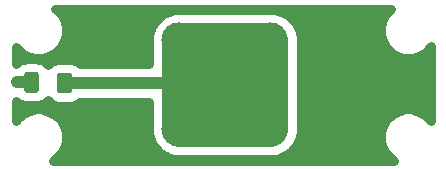
<source format=gbr>
G04 #@! TF.GenerationSoftware,KiCad,Pcbnew,5.1.2-f72e74a~84~ubuntu18.04.1*
G04 #@! TF.CreationDate,2019-09-15T12:12:38+02:00*
G04 #@! TF.ProjectId,Xt30_Hub,58743330-5f48-4756-922e-6b696361645f,rev?*
G04 #@! TF.SameCoordinates,Original*
G04 #@! TF.FileFunction,Copper,L2,Bot*
G04 #@! TF.FilePolarity,Positive*
%FSLAX46Y46*%
G04 Gerber Fmt 4.6, Leading zero omitted, Abs format (unit mm)*
G04 Created by KiCad (PCBNEW 5.1.2-f72e74a~84~ubuntu18.04.1) date 2019-09-15 12:12:38*
%MOMM*%
%LPD*%
G04 APERTURE LIST*
%ADD10C,3.000000*%
%ADD11R,3.000000X3.000000*%
%ADD12C,0.100000*%
%ADD13C,1.250000*%
%ADD14C,0.800000*%
%ADD15C,1.000000*%
%ADD16C,3.000000*%
%ADD17C,0.750000*%
G04 APERTURE END LIST*
D10*
X142440201Y-89789801D03*
D11*
X137440201Y-89789801D03*
D10*
X142440201Y-97293801D03*
D11*
X137440201Y-97293801D03*
D10*
X150151201Y-89789801D03*
D11*
X155151201Y-89789801D03*
X155151201Y-97293801D03*
D10*
X150151201Y-97293801D03*
D12*
G36*
X133120504Y-92522004D02*
G01*
X133144773Y-92525604D01*
X133168571Y-92531565D01*
X133191671Y-92539830D01*
X133213849Y-92550320D01*
X133234893Y-92562933D01*
X133254598Y-92577547D01*
X133272777Y-92594023D01*
X133289253Y-92612202D01*
X133303867Y-92631907D01*
X133316480Y-92652951D01*
X133326970Y-92675129D01*
X133335235Y-92698229D01*
X133341196Y-92722027D01*
X133344796Y-92746296D01*
X133346000Y-92770800D01*
X133346000Y-94020800D01*
X133344796Y-94045304D01*
X133341196Y-94069573D01*
X133335235Y-94093371D01*
X133326970Y-94116471D01*
X133316480Y-94138649D01*
X133303867Y-94159693D01*
X133289253Y-94179398D01*
X133272777Y-94197577D01*
X133254598Y-94214053D01*
X133234893Y-94228667D01*
X133213849Y-94241280D01*
X133191671Y-94251770D01*
X133168571Y-94260035D01*
X133144773Y-94265996D01*
X133120504Y-94269596D01*
X133096000Y-94270800D01*
X132346000Y-94270800D01*
X132321496Y-94269596D01*
X132297227Y-94265996D01*
X132273429Y-94260035D01*
X132250329Y-94251770D01*
X132228151Y-94241280D01*
X132207107Y-94228667D01*
X132187402Y-94214053D01*
X132169223Y-94197577D01*
X132152747Y-94179398D01*
X132138133Y-94159693D01*
X132125520Y-94138649D01*
X132115030Y-94116471D01*
X132106765Y-94093371D01*
X132100804Y-94069573D01*
X132097204Y-94045304D01*
X132096000Y-94020800D01*
X132096000Y-92770800D01*
X132097204Y-92746296D01*
X132100804Y-92722027D01*
X132106765Y-92698229D01*
X132115030Y-92675129D01*
X132125520Y-92652951D01*
X132138133Y-92631907D01*
X132152747Y-92612202D01*
X132169223Y-92594023D01*
X132187402Y-92577547D01*
X132207107Y-92562933D01*
X132228151Y-92550320D01*
X132250329Y-92539830D01*
X132273429Y-92531565D01*
X132297227Y-92525604D01*
X132321496Y-92522004D01*
X132346000Y-92520800D01*
X133096000Y-92520800D01*
X133120504Y-92522004D01*
X133120504Y-92522004D01*
G37*
D13*
X132721000Y-93395800D03*
D12*
G36*
X130320504Y-92471204D02*
G01*
X130344773Y-92474804D01*
X130368571Y-92480765D01*
X130391671Y-92489030D01*
X130413849Y-92499520D01*
X130434893Y-92512133D01*
X130454598Y-92526747D01*
X130472777Y-92543223D01*
X130489253Y-92561402D01*
X130503867Y-92581107D01*
X130516480Y-92602151D01*
X130526970Y-92624329D01*
X130535235Y-92647429D01*
X130541196Y-92671227D01*
X130544796Y-92695496D01*
X130546000Y-92720000D01*
X130546000Y-93970000D01*
X130544796Y-93994504D01*
X130541196Y-94018773D01*
X130535235Y-94042571D01*
X130526970Y-94065671D01*
X130516480Y-94087849D01*
X130503867Y-94108893D01*
X130489253Y-94128598D01*
X130472777Y-94146777D01*
X130454598Y-94163253D01*
X130434893Y-94177867D01*
X130413849Y-94190480D01*
X130391671Y-94200970D01*
X130368571Y-94209235D01*
X130344773Y-94215196D01*
X130320504Y-94218796D01*
X130296000Y-94220000D01*
X129546000Y-94220000D01*
X129521496Y-94218796D01*
X129497227Y-94215196D01*
X129473429Y-94209235D01*
X129450329Y-94200970D01*
X129428151Y-94190480D01*
X129407107Y-94177867D01*
X129387402Y-94163253D01*
X129369223Y-94146777D01*
X129352747Y-94128598D01*
X129338133Y-94108893D01*
X129325520Y-94087849D01*
X129315030Y-94065671D01*
X129306765Y-94042571D01*
X129300804Y-94018773D01*
X129297204Y-93994504D01*
X129296000Y-93970000D01*
X129296000Y-92720000D01*
X129297204Y-92695496D01*
X129300804Y-92671227D01*
X129306765Y-92647429D01*
X129315030Y-92624329D01*
X129325520Y-92602151D01*
X129338133Y-92581107D01*
X129352747Y-92561402D01*
X129369223Y-92543223D01*
X129387402Y-92526747D01*
X129407107Y-92512133D01*
X129428151Y-92499520D01*
X129450329Y-92489030D01*
X129473429Y-92480765D01*
X129497227Y-92474804D01*
X129521496Y-92471204D01*
X129546000Y-92470000D01*
X130296000Y-92470000D01*
X130320504Y-92471204D01*
X130320504Y-92471204D01*
G37*
D13*
X129921000Y-93345000D03*
D14*
X128651000Y-93345000D03*
D15*
X129921000Y-93345000D02*
X128651000Y-93345000D01*
X132721000Y-93395800D02*
X142036800Y-93395800D01*
X142440201Y-92992399D02*
X142440201Y-89789801D01*
X142036800Y-93395800D02*
X142440201Y-92992399D01*
D16*
X142440201Y-89789801D02*
X142647201Y-89789801D01*
X142647201Y-97293801D02*
X150151201Y-89789801D01*
X142440201Y-97293801D02*
X142647201Y-97293801D01*
X142440201Y-89789801D02*
X142440201Y-97293801D01*
X150151201Y-89789801D02*
X150151201Y-97293801D01*
X142440201Y-95049799D02*
X145173700Y-92316300D01*
X142440201Y-97293801D02*
X142440201Y-95049799D01*
X142647201Y-89789801D02*
X145173700Y-92316300D01*
X150151201Y-97293801D02*
X147332700Y-94475300D01*
X145173700Y-92316300D02*
X147332700Y-94475300D01*
X142440201Y-97293801D02*
X144641199Y-97293801D01*
X147332700Y-92608302D02*
X147332700Y-94475300D01*
X150151201Y-89789801D02*
X147332700Y-92608302D01*
X145796801Y-91693199D02*
X145173700Y-92316300D01*
X145796801Y-89789801D02*
X145796801Y-91693199D01*
X145796801Y-89789801D02*
X150151201Y-89789801D01*
X142440201Y-89789801D02*
X145796801Y-89789801D01*
X146165199Y-95642801D02*
X147332700Y-94475300D01*
X146165199Y-97293801D02*
X146165199Y-95642801D01*
X146165199Y-97293801D02*
X144641199Y-97293801D01*
X150151201Y-97293801D02*
X146165199Y-97293801D01*
D17*
G36*
X160315899Y-87144854D02*
G01*
X159992054Y-87468699D01*
X159737611Y-87849499D01*
X159562348Y-88272622D01*
X159473000Y-88721807D01*
X159473000Y-89179793D01*
X159562348Y-89628978D01*
X159737611Y-90052101D01*
X159992054Y-90432901D01*
X160315899Y-90756746D01*
X160696699Y-91011189D01*
X161119822Y-91186452D01*
X161569007Y-91275800D01*
X162026993Y-91275800D01*
X162476178Y-91186452D01*
X162899301Y-91011189D01*
X163280101Y-90756746D01*
X163603946Y-90432901D01*
X163721001Y-90257717D01*
X163721000Y-96660883D01*
X163603946Y-96485699D01*
X163280101Y-96161854D01*
X162899301Y-95907411D01*
X162476178Y-95732148D01*
X162026993Y-95642800D01*
X161569007Y-95642800D01*
X161119822Y-95732148D01*
X160696699Y-95907411D01*
X160315899Y-96161854D01*
X159992054Y-96485699D01*
X159737611Y-96866499D01*
X159562348Y-97289622D01*
X159473000Y-97738807D01*
X159473000Y-98196793D01*
X159562348Y-98645978D01*
X159737611Y-99069101D01*
X159992054Y-99449901D01*
X160315899Y-99773746D01*
X160605123Y-99967000D01*
X131698077Y-99967000D01*
X131987301Y-99773746D01*
X132311146Y-99449901D01*
X132565589Y-99069101D01*
X132740852Y-98645978D01*
X132830200Y-98196793D01*
X132830200Y-97738807D01*
X132740852Y-97289622D01*
X132565589Y-96866499D01*
X132311146Y-96485699D01*
X131987301Y-96161854D01*
X131606501Y-95907411D01*
X131183378Y-95732148D01*
X130734193Y-95642800D01*
X130276207Y-95642800D01*
X129827022Y-95732148D01*
X129403899Y-95907411D01*
X129023099Y-96161854D01*
X128699254Y-96485699D01*
X128633000Y-96584855D01*
X128633000Y-94933240D01*
X128806980Y-95076022D01*
X129036954Y-95198945D01*
X129286491Y-95274642D01*
X129546000Y-95300201D01*
X130296000Y-95300201D01*
X130555509Y-95274642D01*
X130805046Y-95198945D01*
X131035020Y-95076022D01*
X131236594Y-94910594D01*
X131300155Y-94833145D01*
X131405406Y-94961394D01*
X131606980Y-95126822D01*
X131836954Y-95249745D01*
X132086491Y-95325442D01*
X132346000Y-95351001D01*
X133096000Y-95351001D01*
X133355509Y-95325442D01*
X133605046Y-95249745D01*
X133835020Y-95126822D01*
X134025133Y-94970800D01*
X139860523Y-94970800D01*
X139852742Y-95049799D01*
X139865201Y-95176296D01*
X139865201Y-97167302D01*
X139852742Y-97293801D01*
X139865201Y-97420299D01*
X139865201Y-97547416D01*
X139890000Y-97672088D01*
X139902459Y-97798589D01*
X139939358Y-97920229D01*
X139964157Y-98044901D01*
X140012803Y-98162342D01*
X140049701Y-98283979D01*
X140109621Y-98396082D01*
X140158266Y-98513521D01*
X140228886Y-98619211D01*
X140288807Y-98731316D01*
X140369447Y-98829576D01*
X140440068Y-98935268D01*
X140529953Y-99025153D01*
X140610591Y-99123411D01*
X140708849Y-99204049D01*
X140798734Y-99293934D01*
X140904426Y-99364555D01*
X141002686Y-99445195D01*
X141114791Y-99505116D01*
X141220481Y-99575736D01*
X141337920Y-99624381D01*
X141450023Y-99684301D01*
X141571660Y-99721199D01*
X141689101Y-99769845D01*
X141813773Y-99794644D01*
X141935413Y-99831543D01*
X142061914Y-99844002D01*
X142186586Y-99868801D01*
X142313702Y-99868801D01*
X142440201Y-99881260D01*
X142543702Y-99871066D01*
X142647201Y-99881260D01*
X142773698Y-99868801D01*
X146038700Y-99868801D01*
X146165199Y-99881260D01*
X146291698Y-99868801D01*
X150024702Y-99868801D01*
X150096051Y-99875828D01*
X150151200Y-99881260D01*
X150151201Y-99881260D01*
X150277700Y-99868801D01*
X150404816Y-99868801D01*
X150529488Y-99844002D01*
X150655989Y-99831543D01*
X150777629Y-99794644D01*
X150902301Y-99769845D01*
X151019742Y-99721199D01*
X151141379Y-99684301D01*
X151253482Y-99624381D01*
X151370921Y-99575736D01*
X151476611Y-99505116D01*
X151588716Y-99445195D01*
X151686976Y-99364555D01*
X151792668Y-99293934D01*
X151882553Y-99204049D01*
X151980811Y-99123411D01*
X152061450Y-99025152D01*
X152151334Y-98935268D01*
X152221955Y-98829576D01*
X152302595Y-98731316D01*
X152362516Y-98619211D01*
X152433136Y-98513521D01*
X152481781Y-98396082D01*
X152541701Y-98283979D01*
X152578599Y-98162342D01*
X152627245Y-98044901D01*
X152652044Y-97920229D01*
X152688943Y-97798589D01*
X152701402Y-97672088D01*
X152726201Y-97547416D01*
X152726201Y-97420299D01*
X152738660Y-97293801D01*
X152726201Y-97167302D01*
X152726201Y-89916300D01*
X152738660Y-89789801D01*
X152726201Y-89663302D01*
X152726201Y-89536186D01*
X152701402Y-89411514D01*
X152688943Y-89285013D01*
X152652044Y-89163374D01*
X152627245Y-89038701D01*
X152578599Y-88921260D01*
X152541701Y-88799623D01*
X152481781Y-88687520D01*
X152433136Y-88570081D01*
X152362516Y-88464391D01*
X152302595Y-88352286D01*
X152221955Y-88254026D01*
X152151334Y-88148334D01*
X152061450Y-88058450D01*
X151980811Y-87960191D01*
X151882552Y-87879552D01*
X151792668Y-87789668D01*
X151686976Y-87719047D01*
X151588716Y-87638407D01*
X151476611Y-87578486D01*
X151370921Y-87507866D01*
X151253482Y-87459221D01*
X151141379Y-87399301D01*
X151019742Y-87362403D01*
X150902301Y-87313757D01*
X150777629Y-87288958D01*
X150655989Y-87252059D01*
X150529488Y-87239600D01*
X150404816Y-87214801D01*
X150277700Y-87214801D01*
X150151201Y-87202342D01*
X150151200Y-87202342D01*
X150105941Y-87206800D01*
X150024702Y-87214801D01*
X145923300Y-87214801D01*
X145796801Y-87202342D01*
X145670302Y-87214801D01*
X142773698Y-87214801D01*
X142647201Y-87202342D01*
X142543702Y-87212536D01*
X142440201Y-87202342D01*
X142313702Y-87214801D01*
X142186586Y-87214801D01*
X142061914Y-87239600D01*
X141935413Y-87252059D01*
X141813773Y-87288958D01*
X141689101Y-87313757D01*
X141571660Y-87362403D01*
X141450023Y-87399301D01*
X141337920Y-87459221D01*
X141220481Y-87507866D01*
X141114791Y-87578486D01*
X141002686Y-87638407D01*
X140904426Y-87719047D01*
X140798734Y-87789668D01*
X140708850Y-87879552D01*
X140610591Y-87960191D01*
X140529952Y-88058450D01*
X140440068Y-88148334D01*
X140369447Y-88254026D01*
X140288807Y-88352286D01*
X140228886Y-88464391D01*
X140158266Y-88570081D01*
X140109621Y-88687520D01*
X140049701Y-88799623D01*
X140012803Y-88921260D01*
X139964157Y-89038701D01*
X139939358Y-89163373D01*
X139902459Y-89285013D01*
X139890000Y-89411514D01*
X139865201Y-89536186D01*
X139865201Y-89663302D01*
X139852742Y-89789801D01*
X139865201Y-89916300D01*
X139865201Y-91820800D01*
X134025133Y-91820800D01*
X133835020Y-91664778D01*
X133605046Y-91541855D01*
X133355509Y-91466158D01*
X133096000Y-91440599D01*
X132346000Y-91440599D01*
X132086491Y-91466158D01*
X131836954Y-91541855D01*
X131606980Y-91664778D01*
X131405406Y-91830206D01*
X131341845Y-91907655D01*
X131236594Y-91779406D01*
X131035020Y-91613978D01*
X130805046Y-91491055D01*
X130555509Y-91415358D01*
X130296000Y-91389799D01*
X129546000Y-91389799D01*
X129286491Y-91415358D01*
X129036954Y-91491055D01*
X128806980Y-91613978D01*
X128633000Y-91756760D01*
X128633000Y-90333745D01*
X128699254Y-90432901D01*
X129023099Y-90756746D01*
X129403899Y-91011189D01*
X129827022Y-91186452D01*
X130276207Y-91275800D01*
X130734193Y-91275800D01*
X131183378Y-91186452D01*
X131606501Y-91011189D01*
X131987301Y-90756746D01*
X132311146Y-90432901D01*
X132565589Y-90052101D01*
X132740852Y-89628978D01*
X132830200Y-89179793D01*
X132830200Y-88721807D01*
X132740852Y-88272622D01*
X132565589Y-87849499D01*
X132311146Y-87468699D01*
X131987301Y-87144854D01*
X131926159Y-87104000D01*
X160377041Y-87104000D01*
X160315899Y-87144854D01*
X160315899Y-87144854D01*
G37*
X160315899Y-87144854D02*
X159992054Y-87468699D01*
X159737611Y-87849499D01*
X159562348Y-88272622D01*
X159473000Y-88721807D01*
X159473000Y-89179793D01*
X159562348Y-89628978D01*
X159737611Y-90052101D01*
X159992054Y-90432901D01*
X160315899Y-90756746D01*
X160696699Y-91011189D01*
X161119822Y-91186452D01*
X161569007Y-91275800D01*
X162026993Y-91275800D01*
X162476178Y-91186452D01*
X162899301Y-91011189D01*
X163280101Y-90756746D01*
X163603946Y-90432901D01*
X163721001Y-90257717D01*
X163721000Y-96660883D01*
X163603946Y-96485699D01*
X163280101Y-96161854D01*
X162899301Y-95907411D01*
X162476178Y-95732148D01*
X162026993Y-95642800D01*
X161569007Y-95642800D01*
X161119822Y-95732148D01*
X160696699Y-95907411D01*
X160315899Y-96161854D01*
X159992054Y-96485699D01*
X159737611Y-96866499D01*
X159562348Y-97289622D01*
X159473000Y-97738807D01*
X159473000Y-98196793D01*
X159562348Y-98645978D01*
X159737611Y-99069101D01*
X159992054Y-99449901D01*
X160315899Y-99773746D01*
X160605123Y-99967000D01*
X131698077Y-99967000D01*
X131987301Y-99773746D01*
X132311146Y-99449901D01*
X132565589Y-99069101D01*
X132740852Y-98645978D01*
X132830200Y-98196793D01*
X132830200Y-97738807D01*
X132740852Y-97289622D01*
X132565589Y-96866499D01*
X132311146Y-96485699D01*
X131987301Y-96161854D01*
X131606501Y-95907411D01*
X131183378Y-95732148D01*
X130734193Y-95642800D01*
X130276207Y-95642800D01*
X129827022Y-95732148D01*
X129403899Y-95907411D01*
X129023099Y-96161854D01*
X128699254Y-96485699D01*
X128633000Y-96584855D01*
X128633000Y-94933240D01*
X128806980Y-95076022D01*
X129036954Y-95198945D01*
X129286491Y-95274642D01*
X129546000Y-95300201D01*
X130296000Y-95300201D01*
X130555509Y-95274642D01*
X130805046Y-95198945D01*
X131035020Y-95076022D01*
X131236594Y-94910594D01*
X131300155Y-94833145D01*
X131405406Y-94961394D01*
X131606980Y-95126822D01*
X131836954Y-95249745D01*
X132086491Y-95325442D01*
X132346000Y-95351001D01*
X133096000Y-95351001D01*
X133355509Y-95325442D01*
X133605046Y-95249745D01*
X133835020Y-95126822D01*
X134025133Y-94970800D01*
X139860523Y-94970800D01*
X139852742Y-95049799D01*
X139865201Y-95176296D01*
X139865201Y-97167302D01*
X139852742Y-97293801D01*
X139865201Y-97420299D01*
X139865201Y-97547416D01*
X139890000Y-97672088D01*
X139902459Y-97798589D01*
X139939358Y-97920229D01*
X139964157Y-98044901D01*
X140012803Y-98162342D01*
X140049701Y-98283979D01*
X140109621Y-98396082D01*
X140158266Y-98513521D01*
X140228886Y-98619211D01*
X140288807Y-98731316D01*
X140369447Y-98829576D01*
X140440068Y-98935268D01*
X140529953Y-99025153D01*
X140610591Y-99123411D01*
X140708849Y-99204049D01*
X140798734Y-99293934D01*
X140904426Y-99364555D01*
X141002686Y-99445195D01*
X141114791Y-99505116D01*
X141220481Y-99575736D01*
X141337920Y-99624381D01*
X141450023Y-99684301D01*
X141571660Y-99721199D01*
X141689101Y-99769845D01*
X141813773Y-99794644D01*
X141935413Y-99831543D01*
X142061914Y-99844002D01*
X142186586Y-99868801D01*
X142313702Y-99868801D01*
X142440201Y-99881260D01*
X142543702Y-99871066D01*
X142647201Y-99881260D01*
X142773698Y-99868801D01*
X146038700Y-99868801D01*
X146165199Y-99881260D01*
X146291698Y-99868801D01*
X150024702Y-99868801D01*
X150096051Y-99875828D01*
X150151200Y-99881260D01*
X150151201Y-99881260D01*
X150277700Y-99868801D01*
X150404816Y-99868801D01*
X150529488Y-99844002D01*
X150655989Y-99831543D01*
X150777629Y-99794644D01*
X150902301Y-99769845D01*
X151019742Y-99721199D01*
X151141379Y-99684301D01*
X151253482Y-99624381D01*
X151370921Y-99575736D01*
X151476611Y-99505116D01*
X151588716Y-99445195D01*
X151686976Y-99364555D01*
X151792668Y-99293934D01*
X151882553Y-99204049D01*
X151980811Y-99123411D01*
X152061450Y-99025152D01*
X152151334Y-98935268D01*
X152221955Y-98829576D01*
X152302595Y-98731316D01*
X152362516Y-98619211D01*
X152433136Y-98513521D01*
X152481781Y-98396082D01*
X152541701Y-98283979D01*
X152578599Y-98162342D01*
X152627245Y-98044901D01*
X152652044Y-97920229D01*
X152688943Y-97798589D01*
X152701402Y-97672088D01*
X152726201Y-97547416D01*
X152726201Y-97420299D01*
X152738660Y-97293801D01*
X152726201Y-97167302D01*
X152726201Y-89916300D01*
X152738660Y-89789801D01*
X152726201Y-89663302D01*
X152726201Y-89536186D01*
X152701402Y-89411514D01*
X152688943Y-89285013D01*
X152652044Y-89163374D01*
X152627245Y-89038701D01*
X152578599Y-88921260D01*
X152541701Y-88799623D01*
X152481781Y-88687520D01*
X152433136Y-88570081D01*
X152362516Y-88464391D01*
X152302595Y-88352286D01*
X152221955Y-88254026D01*
X152151334Y-88148334D01*
X152061450Y-88058450D01*
X151980811Y-87960191D01*
X151882552Y-87879552D01*
X151792668Y-87789668D01*
X151686976Y-87719047D01*
X151588716Y-87638407D01*
X151476611Y-87578486D01*
X151370921Y-87507866D01*
X151253482Y-87459221D01*
X151141379Y-87399301D01*
X151019742Y-87362403D01*
X150902301Y-87313757D01*
X150777629Y-87288958D01*
X150655989Y-87252059D01*
X150529488Y-87239600D01*
X150404816Y-87214801D01*
X150277700Y-87214801D01*
X150151201Y-87202342D01*
X150151200Y-87202342D01*
X150105941Y-87206800D01*
X150024702Y-87214801D01*
X145923300Y-87214801D01*
X145796801Y-87202342D01*
X145670302Y-87214801D01*
X142773698Y-87214801D01*
X142647201Y-87202342D01*
X142543702Y-87212536D01*
X142440201Y-87202342D01*
X142313702Y-87214801D01*
X142186586Y-87214801D01*
X142061914Y-87239600D01*
X141935413Y-87252059D01*
X141813773Y-87288958D01*
X141689101Y-87313757D01*
X141571660Y-87362403D01*
X141450023Y-87399301D01*
X141337920Y-87459221D01*
X141220481Y-87507866D01*
X141114791Y-87578486D01*
X141002686Y-87638407D01*
X140904426Y-87719047D01*
X140798734Y-87789668D01*
X140708850Y-87879552D01*
X140610591Y-87960191D01*
X140529952Y-88058450D01*
X140440068Y-88148334D01*
X140369447Y-88254026D01*
X140288807Y-88352286D01*
X140228886Y-88464391D01*
X140158266Y-88570081D01*
X140109621Y-88687520D01*
X140049701Y-88799623D01*
X140012803Y-88921260D01*
X139964157Y-89038701D01*
X139939358Y-89163373D01*
X139902459Y-89285013D01*
X139890000Y-89411514D01*
X139865201Y-89536186D01*
X139865201Y-89663302D01*
X139852742Y-89789801D01*
X139865201Y-89916300D01*
X139865201Y-91820800D01*
X134025133Y-91820800D01*
X133835020Y-91664778D01*
X133605046Y-91541855D01*
X133355509Y-91466158D01*
X133096000Y-91440599D01*
X132346000Y-91440599D01*
X132086491Y-91466158D01*
X131836954Y-91541855D01*
X131606980Y-91664778D01*
X131405406Y-91830206D01*
X131341845Y-91907655D01*
X131236594Y-91779406D01*
X131035020Y-91613978D01*
X130805046Y-91491055D01*
X130555509Y-91415358D01*
X130296000Y-91389799D01*
X129546000Y-91389799D01*
X129286491Y-91415358D01*
X129036954Y-91491055D01*
X128806980Y-91613978D01*
X128633000Y-91756760D01*
X128633000Y-90333745D01*
X128699254Y-90432901D01*
X129023099Y-90756746D01*
X129403899Y-91011189D01*
X129827022Y-91186452D01*
X130276207Y-91275800D01*
X130734193Y-91275800D01*
X131183378Y-91186452D01*
X131606501Y-91011189D01*
X131987301Y-90756746D01*
X132311146Y-90432901D01*
X132565589Y-90052101D01*
X132740852Y-89628978D01*
X132830200Y-89179793D01*
X132830200Y-88721807D01*
X132740852Y-88272622D01*
X132565589Y-87849499D01*
X132311146Y-87468699D01*
X131987301Y-87144854D01*
X131926159Y-87104000D01*
X160377041Y-87104000D01*
X160315899Y-87144854D01*
M02*

</source>
